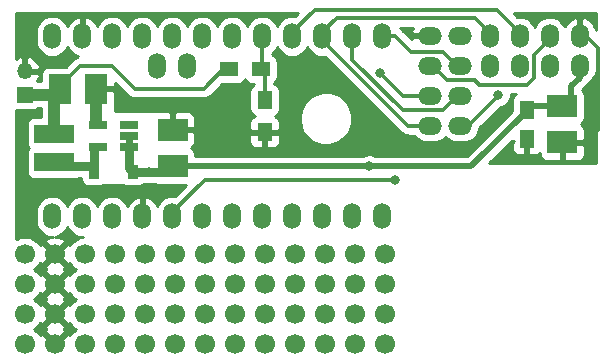
<source format=gtl>
G04 #@! TF.GenerationSoftware,KiCad,Pcbnew,(2017-11-08 revision cd21218)-HEAD*
G04 #@! TF.CreationDate,2018-02-24T01:01:06+02:00*
G04 #@! TF.ProjectId,pro_mini,70726F5F6D696E692E6B696361645F70,rev?*
G04 #@! TF.SameCoordinates,Original*
G04 #@! TF.FileFunction,Copper,L1,Top,Signal*
G04 #@! TF.FilePolarity,Positive*
%FSLAX46Y46*%
G04 Gerber Fmt 4.6, Leading zero omitted, Abs format (unit mm)*
G04 Created by KiCad (PCBNEW (2017-11-08 revision cd21218)-HEAD) date Sat Feb 24 01:01:06 2018*
%MOMM*%
%LPD*%
G01*
G04 APERTURE LIST*
%ADD10C,0.350000*%
%ADD11O,1.501140X2.199640*%
%ADD12O,2.000000X1.500000*%
%ADD13C,1.700000*%
%ADD14O,1.500000X2.000000*%
%ADD15R,1.950000X2.500000*%
%ADD16R,2.500000X1.950000*%
%ADD17R,1.250000X1.500000*%
%ADD18R,0.900000X1.200000*%
%ADD19R,3.400000X1.600000*%
%ADD20R,1.300000X1.500000*%
%ADD21R,1.500000X1.300000*%
%ADD22R,1.560000X0.650000*%
%ADD23R,1.350000X1.350000*%
%ADD24O,1.350000X1.350000*%
%ADD25C,0.800000*%
%ADD26C,1.000000*%
%ADD27C,0.350000*%
%ADD28C,0.500000*%
%ADD29C,0.800000*%
%ADD30C,0.600000*%
%ADD31C,0.254000*%
G04 APERTURE END LIST*
D10*
X145415000Y-101625400D03*
X159461200Y-99187000D03*
X159385000Y-101549200D03*
X159512000Y-97129600D03*
D11*
X122721001Y-94085001D03*
X125261001Y-94085001D03*
X113831001Y-91545001D03*
X116371001Y-91545001D03*
X118911001Y-91545001D03*
X121451001Y-91545001D03*
X123991001Y-91545001D03*
X126531001Y-91545001D03*
X129071001Y-91545001D03*
X131611001Y-91545001D03*
X134151001Y-91545001D03*
X136691001Y-91545001D03*
X139231001Y-91545001D03*
X141771001Y-91545001D03*
X141771001Y-106785001D03*
X139231001Y-106785001D03*
X136691001Y-106785001D03*
X134151001Y-106785001D03*
X131611001Y-106785001D03*
X129071001Y-106785001D03*
X126531001Y-106785001D03*
X123991001Y-106785001D03*
X121451001Y-106785001D03*
X118911001Y-106785001D03*
X116371001Y-106785001D03*
X113831001Y-106785001D03*
D10*
X147980400Y-101650800D03*
X150952200Y-98983800D03*
X152146000Y-101828600D03*
D12*
X148336000Y-91516200D03*
X145796000Y-91516200D03*
X148336000Y-94056200D03*
X145796000Y-94056200D03*
X148336000Y-96596200D03*
X145796000Y-96596200D03*
X148336000Y-99136200D03*
X145796000Y-99136200D03*
D13*
X141980000Y-117620000D03*
X139440000Y-117620000D03*
X136900000Y-117620000D03*
X134360000Y-117620000D03*
X131820000Y-117620000D03*
X129280000Y-117620000D03*
X126740000Y-117620000D03*
X124200000Y-117620000D03*
X121660000Y-117620000D03*
X119120000Y-117620000D03*
X116580000Y-117620000D03*
X114040000Y-117620000D03*
X111500000Y-117620000D03*
X141980000Y-115080000D03*
X139440000Y-115080000D03*
X136900000Y-115080000D03*
X134360000Y-115080000D03*
X131820000Y-115080000D03*
X129280000Y-115080000D03*
X126740000Y-115080000D03*
X124200000Y-115080000D03*
X121660000Y-115080000D03*
X119120000Y-115080000D03*
X116580000Y-115080000D03*
X114040000Y-115080000D03*
X111500000Y-115080000D03*
X141980000Y-112540000D03*
X139440000Y-112540000D03*
X136900000Y-112540000D03*
X134360000Y-112540000D03*
X131820000Y-112540000D03*
X129280000Y-112540000D03*
X126740000Y-112540000D03*
X124200000Y-112540000D03*
X121660000Y-112540000D03*
X119120000Y-112540000D03*
X116580000Y-112540000D03*
X114040000Y-112540000D03*
X111500000Y-112540000D03*
X141980000Y-110000000D03*
X139440000Y-110000000D03*
X136900000Y-110000000D03*
X134360000Y-110000000D03*
X131820000Y-110000000D03*
X129280000Y-110000000D03*
X126740000Y-110000000D03*
X124200000Y-110000000D03*
X121660000Y-110000000D03*
X119120000Y-110000000D03*
X116580000Y-110000000D03*
X114040000Y-110000000D03*
X111500000Y-110000000D03*
D14*
X150856000Y-91524000D03*
X150856000Y-94064000D03*
X153396000Y-91524000D03*
X153396000Y-94064000D03*
X155936000Y-91524000D03*
X155936000Y-94064000D03*
X158476000Y-91524000D03*
X158476000Y-94064000D03*
D15*
X117525000Y-96000000D03*
X114475000Y-96000000D03*
D16*
X157000000Y-97475000D03*
X157000000Y-100525000D03*
D17*
X154000000Y-97750000D03*
X154000000Y-100250000D03*
D16*
X124000000Y-102525000D03*
X124000000Y-99475000D03*
D18*
X120650000Y-103000000D03*
X117350000Y-103000000D03*
D19*
X114000000Y-102200000D03*
X114000000Y-99800000D03*
D20*
X131800600Y-96948000D03*
X131800600Y-99648000D03*
D21*
X128799600Y-94335600D03*
X131499600Y-94335600D03*
D22*
X120350000Y-100950000D03*
X120350000Y-100000000D03*
X120350000Y-99050000D03*
X117650000Y-99050000D03*
X117650000Y-100950000D03*
D23*
X111500000Y-96500000D03*
D24*
X111500000Y-94500000D03*
D10*
X111625000Y-90824998D03*
X111625000Y-92824998D03*
X133625000Y-94824998D03*
X119625000Y-96824998D03*
X129625000Y-96824998D03*
X133625000Y-96824998D03*
X139625000Y-96824998D03*
X111294800Y-98824998D03*
X129625000Y-98824998D03*
X133625000Y-98824998D03*
X111294800Y-100824998D03*
X129625000Y-100824998D03*
X133625000Y-100824998D03*
X135625000Y-100824998D03*
X139625000Y-100824998D03*
X111294800Y-102824998D03*
X115625000Y-104824998D03*
X117625000Y-104824998D03*
X119625000Y-104824998D03*
X121625000Y-104824998D03*
X123625000Y-104824998D03*
D25*
X136753600Y-93599000D03*
X140639800Y-102565200D03*
X121999996Y-103000000D03*
X142849600Y-103682800D03*
X151590621Y-96505169D03*
X141574028Y-94620572D03*
D26*
X117525000Y-96000000D02*
X117525000Y-98925000D01*
D27*
X117525000Y-98925000D02*
X117650000Y-99050000D01*
X160000000Y-92500000D02*
X160000000Y-99500000D01*
X158476000Y-91524000D02*
X159024000Y-91524000D01*
X158975000Y-100525000D02*
X157000000Y-100525000D01*
X160000000Y-99500000D02*
X158975000Y-100525000D01*
X159024000Y-91524000D02*
X160000000Y-92500000D01*
X120802400Y-95986600D02*
X118846600Y-94030800D01*
X126644400Y-95986600D02*
X120802400Y-95986600D01*
X128295400Y-94335600D02*
X126644400Y-95986600D01*
X128799600Y-94335600D02*
X128295400Y-94335600D01*
X118846600Y-94030800D02*
X116169200Y-94030800D01*
X116169200Y-94030800D02*
X114475000Y-95725000D01*
X114475000Y-95725000D02*
X114475000Y-96000000D01*
D26*
X114000000Y-99800000D02*
X114000000Y-96475000D01*
D27*
X114000000Y-96475000D02*
X114475000Y-96000000D01*
D26*
X111500000Y-96500000D02*
X113975000Y-96500000D01*
D27*
X113975000Y-96500000D02*
X114475000Y-96000000D01*
D28*
X140639800Y-102565200D02*
X124040200Y-102565200D01*
D27*
X124040200Y-102565200D02*
X124000000Y-102525000D01*
D28*
X140639800Y-102565200D02*
X149309800Y-102565200D01*
X149309800Y-102565200D02*
X154000000Y-97875000D01*
D27*
X154000000Y-97875000D02*
X154000000Y-97750000D01*
X140614400Y-102539800D02*
X140639800Y-102565200D01*
X125091400Y-102641400D02*
X124975000Y-102525000D01*
X157759400Y-96990600D02*
X157275000Y-97475000D01*
D28*
X158476000Y-95041400D02*
X157759400Y-95758000D01*
X157759400Y-95758000D02*
X157759400Y-96990600D01*
D27*
X158476000Y-94064000D02*
X158476000Y-95041400D01*
X157275000Y-97475000D02*
X157000000Y-97475000D01*
D28*
X157000000Y-97475000D02*
X154275000Y-97475000D01*
D27*
X154275000Y-97475000D02*
X154000000Y-97750000D01*
D29*
X124975000Y-102525000D02*
X124000000Y-102525000D01*
X120650000Y-103000000D02*
X121999996Y-103000000D01*
X120350000Y-100950000D02*
X120350000Y-102700000D01*
X120350000Y-102700000D02*
X120650000Y-103000000D01*
D30*
X120350000Y-100000000D02*
X120350000Y-100950000D01*
D29*
X120650000Y-103000000D02*
X123525000Y-103000000D01*
X123525000Y-103000000D02*
X124000000Y-102525000D01*
X117350000Y-101150000D02*
X117350000Y-103000000D01*
X117350000Y-103000000D02*
X117350000Y-102850000D01*
X114300000Y-102500000D02*
X114000000Y-102200000D01*
X117350000Y-102850000D02*
X117000000Y-102500000D01*
X117000000Y-102500000D02*
X114300000Y-102500000D01*
D27*
X123991001Y-106785001D02*
X123991001Y-106435751D01*
X123991001Y-106435751D02*
X126743952Y-103682800D01*
X126743952Y-103682800D02*
X142849600Y-103682800D01*
X148336000Y-99136200D02*
X149021800Y-99136200D01*
X149021800Y-99136200D02*
X151590621Y-96567379D01*
X151590621Y-96567379D02*
X151590621Y-96505169D01*
X154621010Y-93088990D02*
X154621010Y-95060990D01*
X146046000Y-94056200D02*
X145796000Y-94056200D01*
X155936000Y-91774000D02*
X154621010Y-93088990D01*
X155936000Y-91524000D02*
X155936000Y-91774000D01*
X147271010Y-95281210D02*
X146046000Y-94056200D01*
X154621010Y-95060990D02*
X154051833Y-95630167D01*
X154051833Y-95630167D02*
X149986167Y-95630167D01*
X149986167Y-95630167D02*
X149637210Y-95281210D01*
X149637210Y-95281210D02*
X147271010Y-95281210D01*
X141771001Y-91545001D02*
X142871571Y-91545001D01*
X142871571Y-91545001D02*
X144157760Y-92831190D01*
X146860990Y-92831190D02*
X148086000Y-94056200D01*
X144157760Y-92831190D02*
X146860990Y-92831190D01*
X148086000Y-94056200D02*
X148336000Y-94056200D01*
X139231001Y-93514997D02*
X139231001Y-91545001D01*
X148086000Y-96596200D02*
X146860990Y-97821210D01*
X143537214Y-97821210D02*
X139231001Y-93514997D01*
X146860990Y-97821210D02*
X143537214Y-97821210D01*
X148336000Y-96596200D02*
X148086000Y-96596200D01*
X136691001Y-91894251D02*
X136691001Y-91545001D01*
X145796000Y-99136200D02*
X143932950Y-99136200D01*
X143932950Y-99136200D02*
X136691001Y-91894251D01*
X149589211Y-90007211D02*
X142173957Y-90007211D01*
X150856000Y-91524000D02*
X150856000Y-91274000D01*
X136691001Y-91195751D02*
X136691001Y-91545001D01*
X150856000Y-91274000D02*
X149589211Y-90007211D01*
X137916581Y-89970171D02*
X136691001Y-91195751D01*
X142173957Y-90007211D02*
X142136917Y-89970171D01*
X142136917Y-89970171D02*
X137916581Y-89970171D01*
X143549656Y-96596200D02*
X141574028Y-94620572D01*
X145796000Y-96596200D02*
X143549656Y-96596200D01*
X151442161Y-89320161D02*
X136026591Y-89320161D01*
X153396000Y-91274000D02*
X151442161Y-89320161D01*
X136026591Y-89320161D02*
X134151001Y-91195751D01*
X134151001Y-91195751D02*
X134151001Y-91545001D01*
X153396000Y-91524000D02*
X153396000Y-91274000D01*
X131800600Y-96948000D02*
X131800600Y-94636600D01*
X131800600Y-94636600D02*
X131499600Y-94335600D01*
X131611001Y-91545001D02*
X131611001Y-94224199D01*
X131611001Y-94224199D02*
X131499600Y-94335600D01*
D31*
G36*
X112865000Y-98361928D02*
X112300000Y-98361928D01*
X112175518Y-98374188D01*
X112055820Y-98410498D01*
X111945506Y-98469463D01*
X111848815Y-98548815D01*
X111769463Y-98645506D01*
X111710498Y-98755820D01*
X111674188Y-98875518D01*
X111661928Y-99000000D01*
X111661928Y-100600000D01*
X111674188Y-100724482D01*
X111710498Y-100844180D01*
X111769463Y-100954494D01*
X111806809Y-101000000D01*
X111769463Y-101045506D01*
X111710498Y-101155820D01*
X111674188Y-101275518D01*
X111661928Y-101400000D01*
X111661928Y-103000000D01*
X111674188Y-103124482D01*
X111710498Y-103244180D01*
X111769463Y-103354494D01*
X111848815Y-103451185D01*
X111945506Y-103530537D01*
X112055820Y-103589502D01*
X112175518Y-103625812D01*
X112300000Y-103638072D01*
X115700000Y-103638072D01*
X115824482Y-103625812D01*
X115944180Y-103589502D01*
X116046144Y-103535000D01*
X116261928Y-103535000D01*
X116261928Y-103600000D01*
X116274188Y-103724482D01*
X116310498Y-103844180D01*
X116369463Y-103954494D01*
X116448815Y-104051185D01*
X116545506Y-104130537D01*
X116655820Y-104189502D01*
X116775518Y-104225812D01*
X116900000Y-104238072D01*
X117800000Y-104238072D01*
X117924482Y-104225812D01*
X118044180Y-104189502D01*
X118154494Y-104130537D01*
X118158804Y-104127000D01*
X119841196Y-104127000D01*
X119845506Y-104130537D01*
X119955820Y-104189502D01*
X120075518Y-104225812D01*
X120200000Y-104238072D01*
X121100000Y-104238072D01*
X121224482Y-104225812D01*
X121344180Y-104189502D01*
X121454494Y-104130537D01*
X121551185Y-104051185D01*
X121564468Y-104035000D01*
X121987031Y-104035000D01*
X122079784Y-104036943D01*
X122090803Y-104035000D01*
X122403856Y-104035000D01*
X122505820Y-104089502D01*
X122625518Y-104125812D01*
X122750000Y-104138072D01*
X125143167Y-104138072D01*
X124216712Y-105064527D01*
X124000674Y-105041821D01*
X123731371Y-105066329D01*
X123471957Y-105142679D01*
X123232314Y-105267961D01*
X123021568Y-105437405D01*
X122847748Y-105644556D01*
X122719171Y-105878439D01*
X122682500Y-105788184D01*
X122532503Y-105560373D01*
X122340944Y-105366203D01*
X122115186Y-105213135D01*
X121863903Y-105107051D01*
X121792276Y-105092868D01*
X121578001Y-105215522D01*
X121578001Y-106658001D01*
X121598001Y-106658001D01*
X121598001Y-106912001D01*
X121578001Y-106912001D01*
X121578001Y-106932001D01*
X121324001Y-106932001D01*
X121324001Y-106912001D01*
X121304001Y-106912001D01*
X121304001Y-106658001D01*
X121324001Y-106658001D01*
X121324001Y-105215522D01*
X121109726Y-105092868D01*
X121038099Y-105107051D01*
X120786816Y-105213135D01*
X120561058Y-105366203D01*
X120369499Y-105560373D01*
X120219502Y-105788184D01*
X120181995Y-105880496D01*
X120065072Y-105660594D01*
X119894161Y-105451037D01*
X119685802Y-105278667D01*
X119447931Y-105150051D01*
X119189609Y-105070087D01*
X118920674Y-105041821D01*
X118651371Y-105066329D01*
X118391957Y-105142679D01*
X118152314Y-105267961D01*
X117941568Y-105437405D01*
X117767748Y-105644556D01*
X117640051Y-105876838D01*
X117525072Y-105660594D01*
X117354161Y-105451037D01*
X117145802Y-105278667D01*
X116907931Y-105150051D01*
X116649609Y-105070087D01*
X116380674Y-105041821D01*
X116111371Y-105066329D01*
X115851957Y-105142679D01*
X115612314Y-105267961D01*
X115401568Y-105437405D01*
X115227748Y-105644556D01*
X115100051Y-105876838D01*
X114985072Y-105660594D01*
X114814161Y-105451037D01*
X114605802Y-105278667D01*
X114367931Y-105150051D01*
X114109609Y-105070087D01*
X113840674Y-105041821D01*
X113571371Y-105066329D01*
X113311957Y-105142679D01*
X113072314Y-105267961D01*
X112861568Y-105437405D01*
X112687748Y-105644556D01*
X112557475Y-105881523D01*
X112475709Y-106139281D01*
X112445566Y-106408011D01*
X112445431Y-106427357D01*
X112445431Y-107142645D01*
X112471819Y-107411770D01*
X112549978Y-107670645D01*
X112676930Y-107909408D01*
X112847841Y-108118965D01*
X113056200Y-108291335D01*
X113294071Y-108419951D01*
X113552393Y-108499915D01*
X113821328Y-108528181D01*
X113876710Y-108523141D01*
X113681981Y-108551401D01*
X113406253Y-108649081D01*
X113268843Y-108722528D01*
X113191208Y-108971603D01*
X114040000Y-109820395D01*
X114888792Y-108971603D01*
X114811157Y-108722528D01*
X114547117Y-108596629D01*
X114263589Y-108524661D01*
X114007260Y-108511260D01*
X114090631Y-108503673D01*
X114350045Y-108427323D01*
X114589688Y-108302041D01*
X114800434Y-108132597D01*
X114974254Y-107925446D01*
X115101951Y-107693164D01*
X115216930Y-107909408D01*
X115387841Y-108118965D01*
X115596200Y-108291335D01*
X115834071Y-108419951D01*
X116092393Y-108499915D01*
X116361328Y-108528181D01*
X116378273Y-108526639D01*
X116158694Y-108568526D01*
X115888677Y-108677620D01*
X115644991Y-108837084D01*
X115436920Y-109040842D01*
X115309825Y-109226459D01*
X115068397Y-109151208D01*
X114219605Y-110000000D01*
X115068397Y-110848792D01*
X115311446Y-110773035D01*
X115410584Y-110926867D01*
X115612885Y-111136356D01*
X115806851Y-111271166D01*
X115644991Y-111377084D01*
X115436920Y-111580842D01*
X115309825Y-111766459D01*
X115068397Y-111691208D01*
X114219605Y-112540000D01*
X115068397Y-113388792D01*
X115311446Y-113313035D01*
X115410584Y-113466867D01*
X115612885Y-113676356D01*
X115806851Y-113811166D01*
X115644991Y-113917084D01*
X115436920Y-114120842D01*
X115309825Y-114306459D01*
X115068397Y-114231208D01*
X114219605Y-115080000D01*
X115068397Y-115928792D01*
X115311446Y-115853035D01*
X115410584Y-116006867D01*
X115612885Y-116216356D01*
X115806851Y-116351166D01*
X115644991Y-116457084D01*
X115436920Y-116660842D01*
X115309825Y-116846459D01*
X115068397Y-116771208D01*
X114219605Y-117620000D01*
X114233748Y-117634143D01*
X114054143Y-117813748D01*
X114040000Y-117799605D01*
X114025858Y-117813748D01*
X113846253Y-117634143D01*
X113860395Y-117620000D01*
X113011603Y-116771208D01*
X112769217Y-116846758D01*
X112656361Y-116676895D01*
X112451155Y-116470252D01*
X112271644Y-116349171D01*
X112418681Y-116255858D01*
X112573529Y-116108397D01*
X113191208Y-116108397D01*
X113266514Y-116350000D01*
X113191208Y-116591603D01*
X114040000Y-117440395D01*
X114888792Y-116591603D01*
X114813486Y-116350000D01*
X114888792Y-116108397D01*
X114040000Y-115259605D01*
X113191208Y-116108397D01*
X112573529Y-116108397D01*
X112629577Y-116055024D01*
X112771432Y-115853932D01*
X113011603Y-115928792D01*
X113860395Y-115080000D01*
X113011603Y-114231208D01*
X112769217Y-114306758D01*
X112656361Y-114136895D01*
X112451155Y-113930252D01*
X112271644Y-113809171D01*
X112418681Y-113715858D01*
X112573529Y-113568397D01*
X113191208Y-113568397D01*
X113266514Y-113810000D01*
X113191208Y-114051603D01*
X114040000Y-114900395D01*
X114888792Y-114051603D01*
X114813486Y-113810000D01*
X114888792Y-113568397D01*
X114040000Y-112719605D01*
X113191208Y-113568397D01*
X112573529Y-113568397D01*
X112629577Y-113515024D01*
X112771432Y-113313932D01*
X113011603Y-113388792D01*
X113860395Y-112540000D01*
X113011603Y-111691208D01*
X112769217Y-111766758D01*
X112656361Y-111596895D01*
X112451155Y-111390252D01*
X112271644Y-111269171D01*
X112418681Y-111175858D01*
X112573529Y-111028397D01*
X113191208Y-111028397D01*
X113266514Y-111270000D01*
X113191208Y-111511603D01*
X114040000Y-112360395D01*
X114888792Y-111511603D01*
X114813486Y-111270000D01*
X114888792Y-111028397D01*
X114040000Y-110179605D01*
X113191208Y-111028397D01*
X112573529Y-111028397D01*
X112629577Y-110975024D01*
X112771432Y-110773932D01*
X113011603Y-110848792D01*
X113860395Y-110000000D01*
X113011603Y-109151208D01*
X112769217Y-109226758D01*
X112656361Y-109056895D01*
X112451155Y-108850252D01*
X112209719Y-108687402D01*
X111941251Y-108574548D01*
X111655976Y-108515989D01*
X111364759Y-108513956D01*
X111078694Y-108568526D01*
X110808677Y-108677620D01*
X110758619Y-108710377D01*
X110758619Y-97806534D01*
X110825000Y-97813072D01*
X112175000Y-97813072D01*
X112299482Y-97800812D01*
X112419180Y-97764502D01*
X112529494Y-97705537D01*
X112615444Y-97635000D01*
X112865000Y-97635000D01*
X112865000Y-98361928D01*
X112865000Y-98361928D01*
G37*
X112865000Y-98361928D02*
X112300000Y-98361928D01*
X112175518Y-98374188D01*
X112055820Y-98410498D01*
X111945506Y-98469463D01*
X111848815Y-98548815D01*
X111769463Y-98645506D01*
X111710498Y-98755820D01*
X111674188Y-98875518D01*
X111661928Y-99000000D01*
X111661928Y-100600000D01*
X111674188Y-100724482D01*
X111710498Y-100844180D01*
X111769463Y-100954494D01*
X111806809Y-101000000D01*
X111769463Y-101045506D01*
X111710498Y-101155820D01*
X111674188Y-101275518D01*
X111661928Y-101400000D01*
X111661928Y-103000000D01*
X111674188Y-103124482D01*
X111710498Y-103244180D01*
X111769463Y-103354494D01*
X111848815Y-103451185D01*
X111945506Y-103530537D01*
X112055820Y-103589502D01*
X112175518Y-103625812D01*
X112300000Y-103638072D01*
X115700000Y-103638072D01*
X115824482Y-103625812D01*
X115944180Y-103589502D01*
X116046144Y-103535000D01*
X116261928Y-103535000D01*
X116261928Y-103600000D01*
X116274188Y-103724482D01*
X116310498Y-103844180D01*
X116369463Y-103954494D01*
X116448815Y-104051185D01*
X116545506Y-104130537D01*
X116655820Y-104189502D01*
X116775518Y-104225812D01*
X116900000Y-104238072D01*
X117800000Y-104238072D01*
X117924482Y-104225812D01*
X118044180Y-104189502D01*
X118154494Y-104130537D01*
X118158804Y-104127000D01*
X119841196Y-104127000D01*
X119845506Y-104130537D01*
X119955820Y-104189502D01*
X120075518Y-104225812D01*
X120200000Y-104238072D01*
X121100000Y-104238072D01*
X121224482Y-104225812D01*
X121344180Y-104189502D01*
X121454494Y-104130537D01*
X121551185Y-104051185D01*
X121564468Y-104035000D01*
X121987031Y-104035000D01*
X122079784Y-104036943D01*
X122090803Y-104035000D01*
X122403856Y-104035000D01*
X122505820Y-104089502D01*
X122625518Y-104125812D01*
X122750000Y-104138072D01*
X125143167Y-104138072D01*
X124216712Y-105064527D01*
X124000674Y-105041821D01*
X123731371Y-105066329D01*
X123471957Y-105142679D01*
X123232314Y-105267961D01*
X123021568Y-105437405D01*
X122847748Y-105644556D01*
X122719171Y-105878439D01*
X122682500Y-105788184D01*
X122532503Y-105560373D01*
X122340944Y-105366203D01*
X122115186Y-105213135D01*
X121863903Y-105107051D01*
X121792276Y-105092868D01*
X121578001Y-105215522D01*
X121578001Y-106658001D01*
X121598001Y-106658001D01*
X121598001Y-106912001D01*
X121578001Y-106912001D01*
X121578001Y-106932001D01*
X121324001Y-106932001D01*
X121324001Y-106912001D01*
X121304001Y-106912001D01*
X121304001Y-106658001D01*
X121324001Y-106658001D01*
X121324001Y-105215522D01*
X121109726Y-105092868D01*
X121038099Y-105107051D01*
X120786816Y-105213135D01*
X120561058Y-105366203D01*
X120369499Y-105560373D01*
X120219502Y-105788184D01*
X120181995Y-105880496D01*
X120065072Y-105660594D01*
X119894161Y-105451037D01*
X119685802Y-105278667D01*
X119447931Y-105150051D01*
X119189609Y-105070087D01*
X118920674Y-105041821D01*
X118651371Y-105066329D01*
X118391957Y-105142679D01*
X118152314Y-105267961D01*
X117941568Y-105437405D01*
X117767748Y-105644556D01*
X117640051Y-105876838D01*
X117525072Y-105660594D01*
X117354161Y-105451037D01*
X117145802Y-105278667D01*
X116907931Y-105150051D01*
X116649609Y-105070087D01*
X116380674Y-105041821D01*
X116111371Y-105066329D01*
X115851957Y-105142679D01*
X115612314Y-105267961D01*
X115401568Y-105437405D01*
X115227748Y-105644556D01*
X115100051Y-105876838D01*
X114985072Y-105660594D01*
X114814161Y-105451037D01*
X114605802Y-105278667D01*
X114367931Y-105150051D01*
X114109609Y-105070087D01*
X113840674Y-105041821D01*
X113571371Y-105066329D01*
X113311957Y-105142679D01*
X113072314Y-105267961D01*
X112861568Y-105437405D01*
X112687748Y-105644556D01*
X112557475Y-105881523D01*
X112475709Y-106139281D01*
X112445566Y-106408011D01*
X112445431Y-106427357D01*
X112445431Y-107142645D01*
X112471819Y-107411770D01*
X112549978Y-107670645D01*
X112676930Y-107909408D01*
X112847841Y-108118965D01*
X113056200Y-108291335D01*
X113294071Y-108419951D01*
X113552393Y-108499915D01*
X113821328Y-108528181D01*
X113876710Y-108523141D01*
X113681981Y-108551401D01*
X113406253Y-108649081D01*
X113268843Y-108722528D01*
X113191208Y-108971603D01*
X114040000Y-109820395D01*
X114888792Y-108971603D01*
X114811157Y-108722528D01*
X114547117Y-108596629D01*
X114263589Y-108524661D01*
X114007260Y-108511260D01*
X114090631Y-108503673D01*
X114350045Y-108427323D01*
X114589688Y-108302041D01*
X114800434Y-108132597D01*
X114974254Y-107925446D01*
X115101951Y-107693164D01*
X115216930Y-107909408D01*
X115387841Y-108118965D01*
X115596200Y-108291335D01*
X115834071Y-108419951D01*
X116092393Y-108499915D01*
X116361328Y-108528181D01*
X116378273Y-108526639D01*
X116158694Y-108568526D01*
X115888677Y-108677620D01*
X115644991Y-108837084D01*
X115436920Y-109040842D01*
X115309825Y-109226459D01*
X115068397Y-109151208D01*
X114219605Y-110000000D01*
X115068397Y-110848792D01*
X115311446Y-110773035D01*
X115410584Y-110926867D01*
X115612885Y-111136356D01*
X115806851Y-111271166D01*
X115644991Y-111377084D01*
X115436920Y-111580842D01*
X115309825Y-111766459D01*
X115068397Y-111691208D01*
X114219605Y-112540000D01*
X115068397Y-113388792D01*
X115311446Y-113313035D01*
X115410584Y-113466867D01*
X115612885Y-113676356D01*
X115806851Y-113811166D01*
X115644991Y-113917084D01*
X115436920Y-114120842D01*
X115309825Y-114306459D01*
X115068397Y-114231208D01*
X114219605Y-115080000D01*
X115068397Y-115928792D01*
X115311446Y-115853035D01*
X115410584Y-116006867D01*
X115612885Y-116216356D01*
X115806851Y-116351166D01*
X115644991Y-116457084D01*
X115436920Y-116660842D01*
X115309825Y-116846459D01*
X115068397Y-116771208D01*
X114219605Y-117620000D01*
X114233748Y-117634143D01*
X114054143Y-117813748D01*
X114040000Y-117799605D01*
X114025858Y-117813748D01*
X113846253Y-117634143D01*
X113860395Y-117620000D01*
X113011603Y-116771208D01*
X112769217Y-116846758D01*
X112656361Y-116676895D01*
X112451155Y-116470252D01*
X112271644Y-116349171D01*
X112418681Y-116255858D01*
X112573529Y-116108397D01*
X113191208Y-116108397D01*
X113266514Y-116350000D01*
X113191208Y-116591603D01*
X114040000Y-117440395D01*
X114888792Y-116591603D01*
X114813486Y-116350000D01*
X114888792Y-116108397D01*
X114040000Y-115259605D01*
X113191208Y-116108397D01*
X112573529Y-116108397D01*
X112629577Y-116055024D01*
X112771432Y-115853932D01*
X113011603Y-115928792D01*
X113860395Y-115080000D01*
X113011603Y-114231208D01*
X112769217Y-114306758D01*
X112656361Y-114136895D01*
X112451155Y-113930252D01*
X112271644Y-113809171D01*
X112418681Y-113715858D01*
X112573529Y-113568397D01*
X113191208Y-113568397D01*
X113266514Y-113810000D01*
X113191208Y-114051603D01*
X114040000Y-114900395D01*
X114888792Y-114051603D01*
X114813486Y-113810000D01*
X114888792Y-113568397D01*
X114040000Y-112719605D01*
X113191208Y-113568397D01*
X112573529Y-113568397D01*
X112629577Y-113515024D01*
X112771432Y-113313932D01*
X113011603Y-113388792D01*
X113860395Y-112540000D01*
X113011603Y-111691208D01*
X112769217Y-111766758D01*
X112656361Y-111596895D01*
X112451155Y-111390252D01*
X112271644Y-111269171D01*
X112418681Y-111175858D01*
X112573529Y-111028397D01*
X113191208Y-111028397D01*
X113266514Y-111270000D01*
X113191208Y-111511603D01*
X114040000Y-112360395D01*
X114888792Y-111511603D01*
X114813486Y-111270000D01*
X114888792Y-111028397D01*
X114040000Y-110179605D01*
X113191208Y-111028397D01*
X112573529Y-111028397D01*
X112629577Y-110975024D01*
X112771432Y-110773932D01*
X113011603Y-110848792D01*
X113860395Y-110000000D01*
X113011603Y-109151208D01*
X112769217Y-109226758D01*
X112656361Y-109056895D01*
X112451155Y-108850252D01*
X112209719Y-108687402D01*
X111941251Y-108574548D01*
X111655976Y-108515989D01*
X111364759Y-108513956D01*
X111078694Y-108568526D01*
X110808677Y-108677620D01*
X110758619Y-108710377D01*
X110758619Y-97806534D01*
X110825000Y-97813072D01*
X112175000Y-97813072D01*
X112299482Y-97800812D01*
X112419180Y-97764502D01*
X112529494Y-97705537D01*
X112615444Y-97635000D01*
X112865000Y-97635000D01*
X112865000Y-98361928D01*
G36*
X159840000Y-102290000D02*
X150836580Y-102290000D01*
X152749577Y-100377002D01*
X152898748Y-100377002D01*
X152740000Y-100535750D01*
X152740000Y-101062542D01*
X152764403Y-101185223D01*
X152812270Y-101300785D01*
X152881763Y-101404789D01*
X152970211Y-101493237D01*
X153074215Y-101562730D01*
X153189777Y-101610597D01*
X153312458Y-101635000D01*
X153714250Y-101635000D01*
X153873000Y-101476250D01*
X153873000Y-100377000D01*
X153853000Y-100377000D01*
X153853000Y-100123000D01*
X153873000Y-100123000D01*
X153873000Y-100103000D01*
X154127000Y-100103000D01*
X154127000Y-100123000D01*
X154147000Y-100123000D01*
X154147000Y-100377000D01*
X154127000Y-100377000D01*
X154127000Y-101476250D01*
X154285750Y-101635000D01*
X154687542Y-101635000D01*
X154810223Y-101610597D01*
X154925785Y-101562730D01*
X155029789Y-101493237D01*
X155115000Y-101408026D01*
X155115000Y-101562542D01*
X155139403Y-101685223D01*
X155187270Y-101800785D01*
X155256763Y-101904789D01*
X155345211Y-101993237D01*
X155449215Y-102062730D01*
X155564777Y-102110597D01*
X155687458Y-102135000D01*
X156714250Y-102135000D01*
X156873000Y-101976250D01*
X156873000Y-100652000D01*
X157127000Y-100652000D01*
X157127000Y-101976250D01*
X157285750Y-102135000D01*
X158312542Y-102135000D01*
X158435223Y-102110597D01*
X158550785Y-102062730D01*
X158654789Y-101993237D01*
X158743237Y-101904789D01*
X158812730Y-101800785D01*
X158860597Y-101685223D01*
X158885000Y-101562542D01*
X158885000Y-100810750D01*
X158726250Y-100652000D01*
X157127000Y-100652000D01*
X156873000Y-100652000D01*
X156853000Y-100652000D01*
X156853000Y-100398000D01*
X156873000Y-100398000D01*
X156873000Y-100378000D01*
X157127000Y-100378000D01*
X157127000Y-100398000D01*
X158726250Y-100398000D01*
X158885000Y-100239250D01*
X158885000Y-99487458D01*
X158860597Y-99364777D01*
X158812730Y-99249215D01*
X158743237Y-99145211D01*
X158654789Y-99056763D01*
X158569057Y-98999479D01*
X158604494Y-98980537D01*
X158701185Y-98901185D01*
X158780537Y-98804494D01*
X158839502Y-98694180D01*
X158875812Y-98574482D01*
X158888072Y-98450000D01*
X158888072Y-96500000D01*
X158875812Y-96375518D01*
X158839502Y-96255820D01*
X158780537Y-96145506D01*
X158709740Y-96059239D01*
X159101789Y-95667190D01*
X159211420Y-95533722D01*
X159243877Y-95473190D01*
X159445034Y-95311456D01*
X159618782Y-95104390D01*
X159749002Y-94867521D01*
X159830734Y-94609869D01*
X159840000Y-94527262D01*
X159840000Y-102290000D01*
X159840000Y-102290000D01*
G37*
X159840000Y-102290000D02*
X150836580Y-102290000D01*
X152749577Y-100377002D01*
X152898748Y-100377002D01*
X152740000Y-100535750D01*
X152740000Y-101062542D01*
X152764403Y-101185223D01*
X152812270Y-101300785D01*
X152881763Y-101404789D01*
X152970211Y-101493237D01*
X153074215Y-101562730D01*
X153189777Y-101610597D01*
X153312458Y-101635000D01*
X153714250Y-101635000D01*
X153873000Y-101476250D01*
X153873000Y-100377000D01*
X153853000Y-100377000D01*
X153853000Y-100123000D01*
X153873000Y-100123000D01*
X153873000Y-100103000D01*
X154127000Y-100103000D01*
X154127000Y-100123000D01*
X154147000Y-100123000D01*
X154147000Y-100377000D01*
X154127000Y-100377000D01*
X154127000Y-101476250D01*
X154285750Y-101635000D01*
X154687542Y-101635000D01*
X154810223Y-101610597D01*
X154925785Y-101562730D01*
X155029789Y-101493237D01*
X155115000Y-101408026D01*
X155115000Y-101562542D01*
X155139403Y-101685223D01*
X155187270Y-101800785D01*
X155256763Y-101904789D01*
X155345211Y-101993237D01*
X155449215Y-102062730D01*
X155564777Y-102110597D01*
X155687458Y-102135000D01*
X156714250Y-102135000D01*
X156873000Y-101976250D01*
X156873000Y-100652000D01*
X157127000Y-100652000D01*
X157127000Y-101976250D01*
X157285750Y-102135000D01*
X158312542Y-102135000D01*
X158435223Y-102110597D01*
X158550785Y-102062730D01*
X158654789Y-101993237D01*
X158743237Y-101904789D01*
X158812730Y-101800785D01*
X158860597Y-101685223D01*
X158885000Y-101562542D01*
X158885000Y-100810750D01*
X158726250Y-100652000D01*
X157127000Y-100652000D01*
X156873000Y-100652000D01*
X156853000Y-100652000D01*
X156853000Y-100398000D01*
X156873000Y-100398000D01*
X156873000Y-100378000D01*
X157127000Y-100378000D01*
X157127000Y-100398000D01*
X158726250Y-100398000D01*
X158885000Y-100239250D01*
X158885000Y-99487458D01*
X158860597Y-99364777D01*
X158812730Y-99249215D01*
X158743237Y-99145211D01*
X158654789Y-99056763D01*
X158569057Y-98999479D01*
X158604494Y-98980537D01*
X158701185Y-98901185D01*
X158780537Y-98804494D01*
X158839502Y-98694180D01*
X158875812Y-98574482D01*
X158888072Y-98450000D01*
X158888072Y-96500000D01*
X158875812Y-96375518D01*
X158839502Y-96255820D01*
X158780537Y-96145506D01*
X158709740Y-96059239D01*
X159101789Y-95667190D01*
X159211420Y-95533722D01*
X159243877Y-95473190D01*
X159445034Y-95311456D01*
X159618782Y-95104390D01*
X159749002Y-94867521D01*
X159830734Y-94609869D01*
X159840000Y-94527262D01*
X159840000Y-102290000D01*
G36*
X135536930Y-92669408D02*
X135707841Y-92878965D01*
X135916200Y-93051335D01*
X136154071Y-93179951D01*
X136412393Y-93259915D01*
X136681328Y-93288181D01*
X136917890Y-93266653D01*
X143360193Y-99708956D01*
X143418019Y-99756455D01*
X143475327Y-99804542D01*
X143479059Y-99806594D01*
X143482350Y-99809297D01*
X143548260Y-99844637D01*
X143613857Y-99880700D01*
X143617921Y-99881989D01*
X143621671Y-99884000D01*
X143693158Y-99905856D01*
X143764542Y-99928500D01*
X143768779Y-99928975D01*
X143772847Y-99930219D01*
X143847238Y-99937776D01*
X143921641Y-99946121D01*
X143929967Y-99946179D01*
X143930123Y-99946195D01*
X143930268Y-99946181D01*
X143932950Y-99946200D01*
X144420678Y-99946200D01*
X144548544Y-100105234D01*
X144755610Y-100278982D01*
X144992479Y-100409202D01*
X145250131Y-100490934D01*
X145518751Y-100521065D01*
X145538089Y-100521200D01*
X146053911Y-100521200D01*
X146322926Y-100494823D01*
X146581693Y-100416696D01*
X146820358Y-100289796D01*
X147029829Y-100118955D01*
X147065200Y-100076199D01*
X147088544Y-100105234D01*
X147295610Y-100278982D01*
X147532479Y-100409202D01*
X147790131Y-100490934D01*
X148058751Y-100521065D01*
X148078089Y-100521200D01*
X148593911Y-100521200D01*
X148862926Y-100494823D01*
X149121693Y-100416696D01*
X149360358Y-100289796D01*
X149569829Y-100118955D01*
X149742128Y-99910682D01*
X149870691Y-99672909D01*
X149950623Y-99414693D01*
X149957882Y-99345631D01*
X151780880Y-97522633D01*
X151870300Y-97506866D01*
X152059537Y-97433465D01*
X152230914Y-97324706D01*
X152377902Y-97184732D01*
X152494903Y-97018872D01*
X152577460Y-96833447D01*
X152622428Y-96635517D01*
X152625156Y-96440167D01*
X153075314Y-96440167D01*
X153020506Y-96469463D01*
X152923815Y-96548815D01*
X152844463Y-96645506D01*
X152785498Y-96755820D01*
X152749188Y-96875518D01*
X152736928Y-97000000D01*
X152736928Y-97886493D01*
X148943220Y-101680200D01*
X141178695Y-101680200D01*
X141134453Y-101650358D01*
X140947339Y-101571703D01*
X140748510Y-101530889D01*
X140545541Y-101529472D01*
X140346163Y-101567506D01*
X140157968Y-101643541D01*
X140101947Y-101680200D01*
X125888072Y-101680200D01*
X125888072Y-101550000D01*
X125875812Y-101425518D01*
X125839502Y-101305820D01*
X125780537Y-101195506D01*
X125701185Y-101098815D01*
X125604494Y-101019463D01*
X125569057Y-101000521D01*
X125654789Y-100943237D01*
X125743237Y-100854789D01*
X125812730Y-100750785D01*
X125860597Y-100635223D01*
X125885000Y-100512542D01*
X125885000Y-99933750D01*
X130515600Y-99933750D01*
X130515600Y-100460542D01*
X130540003Y-100583223D01*
X130587870Y-100698785D01*
X130657363Y-100802789D01*
X130745811Y-100891237D01*
X130849815Y-100960730D01*
X130965377Y-101008597D01*
X131088058Y-101033000D01*
X131514850Y-101033000D01*
X131673600Y-100874250D01*
X131673600Y-99775000D01*
X131927600Y-99775000D01*
X131927600Y-100874250D01*
X132086350Y-101033000D01*
X132513142Y-101033000D01*
X132635823Y-101008597D01*
X132751385Y-100960730D01*
X132855389Y-100891237D01*
X132943837Y-100802789D01*
X133013330Y-100698785D01*
X133061197Y-100583223D01*
X133085600Y-100460542D01*
X133085600Y-99933750D01*
X132926850Y-99775000D01*
X131927600Y-99775000D01*
X131673600Y-99775000D01*
X130674350Y-99775000D01*
X130515600Y-99933750D01*
X125885000Y-99933750D01*
X125885000Y-99760750D01*
X125726250Y-99602000D01*
X124127000Y-99602000D01*
X124127000Y-99622000D01*
X123873000Y-99622000D01*
X123873000Y-99602000D01*
X123853000Y-99602000D01*
X123853000Y-99348000D01*
X123873000Y-99348000D01*
X123873000Y-98023750D01*
X124127000Y-98023750D01*
X124127000Y-99348000D01*
X125726250Y-99348000D01*
X125885000Y-99189250D01*
X125885000Y-98437458D01*
X125860597Y-98314777D01*
X125812730Y-98199215D01*
X125743237Y-98095211D01*
X125654789Y-98006763D01*
X125550785Y-97937270D01*
X125435223Y-97889403D01*
X125312542Y-97865000D01*
X124285750Y-97865000D01*
X124127000Y-98023750D01*
X123873000Y-98023750D01*
X123714250Y-97865000D01*
X122687458Y-97865000D01*
X122647240Y-97873000D01*
X119127000Y-97873000D01*
X119127000Y-97352760D01*
X119135000Y-97312542D01*
X119135000Y-96285750D01*
X118976250Y-96127000D01*
X117652000Y-96127000D01*
X117652000Y-96147000D01*
X117398000Y-96147000D01*
X117398000Y-96127000D01*
X117378000Y-96127000D01*
X117378000Y-95873000D01*
X117398000Y-95873000D01*
X117398000Y-95853000D01*
X117652000Y-95853000D01*
X117652000Y-95873000D01*
X118976250Y-95873000D01*
X119135000Y-95714250D01*
X119135000Y-95464712D01*
X120229644Y-96559357D01*
X120287469Y-96606855D01*
X120344777Y-96654942D01*
X120348508Y-96656993D01*
X120351801Y-96659698D01*
X120417728Y-96695047D01*
X120483307Y-96731100D01*
X120487370Y-96732389D01*
X120491121Y-96734400D01*
X120562595Y-96756252D01*
X120633992Y-96778900D01*
X120638230Y-96779375D01*
X120642298Y-96780619D01*
X120716683Y-96788175D01*
X120791091Y-96796521D01*
X120799417Y-96796579D01*
X120799573Y-96796595D01*
X120799718Y-96796581D01*
X120802400Y-96796600D01*
X126644400Y-96796600D01*
X126718935Y-96789292D01*
X126793401Y-96782777D01*
X126797487Y-96781590D01*
X126801730Y-96781174D01*
X126873362Y-96759547D01*
X126945208Y-96738674D01*
X126948993Y-96736712D01*
X126953067Y-96735482D01*
X127019089Y-96700377D01*
X127085558Y-96665923D01*
X127088888Y-96663265D01*
X127092647Y-96661266D01*
X127150625Y-96613980D01*
X127209104Y-96567297D01*
X127215027Y-96561455D01*
X127215154Y-96561352D01*
X127215251Y-96561235D01*
X127217156Y-96559356D01*
X128152841Y-95623672D01*
X129549600Y-95623672D01*
X129674082Y-95611412D01*
X129793780Y-95575102D01*
X129904094Y-95516137D01*
X130000785Y-95436785D01*
X130080137Y-95340094D01*
X130139102Y-95229780D01*
X130149600Y-95195173D01*
X130160098Y-95229780D01*
X130219063Y-95340094D01*
X130298415Y-95436785D01*
X130395106Y-95516137D01*
X130505420Y-95575102D01*
X130625118Y-95611412D01*
X130749600Y-95623672D01*
X130878032Y-95623672D01*
X130796106Y-95667463D01*
X130699415Y-95746815D01*
X130620063Y-95843506D01*
X130561098Y-95953820D01*
X130524788Y-96073518D01*
X130512528Y-96198000D01*
X130512528Y-97698000D01*
X130524788Y-97822482D01*
X130561098Y-97942180D01*
X130620063Y-98052494D01*
X130699415Y-98149185D01*
X130796106Y-98228537D01*
X130906420Y-98287502D01*
X130940315Y-98297784D01*
X130849815Y-98335270D01*
X130745811Y-98404763D01*
X130657363Y-98493211D01*
X130587870Y-98597215D01*
X130540003Y-98712777D01*
X130515600Y-98835458D01*
X130515600Y-99362250D01*
X130674350Y-99521000D01*
X131673600Y-99521000D01*
X131673600Y-99501000D01*
X131927600Y-99501000D01*
X131927600Y-99521000D01*
X132926850Y-99521000D01*
X133085600Y-99362250D01*
X133085600Y-98835458D01*
X133061197Y-98712777D01*
X133050904Y-98687925D01*
X134762062Y-98687925D01*
X134841185Y-99119030D01*
X135002536Y-99526557D01*
X135239970Y-99894982D01*
X135544443Y-100210273D01*
X135904358Y-100460421D01*
X136306005Y-100635896D01*
X136734087Y-100730016D01*
X137172297Y-100739195D01*
X137603944Y-100663084D01*
X138012587Y-100504582D01*
X138382661Y-100269726D01*
X138700070Y-99967461D01*
X138952724Y-99609302D01*
X139130999Y-99208889D01*
X139228105Y-98781475D01*
X139235096Y-98280847D01*
X139149962Y-97850888D01*
X138982936Y-97445654D01*
X138740381Y-97080580D01*
X138431536Y-96769571D01*
X138068164Y-96524473D01*
X137664105Y-96354622D01*
X137234751Y-96266489D01*
X136796456Y-96263429D01*
X136365914Y-96345559D01*
X135959523Y-96509752D01*
X135592764Y-96749752D01*
X135279607Y-97056419D01*
X135031978Y-97418071D01*
X134859311Y-97820933D01*
X134768182Y-98249662D01*
X134762062Y-98687925D01*
X133050904Y-98687925D01*
X133013330Y-98597215D01*
X132943837Y-98493211D01*
X132855389Y-98404763D01*
X132751385Y-98335270D01*
X132660885Y-98297784D01*
X132694780Y-98287502D01*
X132805094Y-98228537D01*
X132901785Y-98149185D01*
X132981137Y-98052494D01*
X133040102Y-97942180D01*
X133076412Y-97822482D01*
X133088672Y-97698000D01*
X133088672Y-96198000D01*
X133076412Y-96073518D01*
X133040102Y-95953820D01*
X132981137Y-95843506D01*
X132901785Y-95746815D01*
X132805094Y-95667463D01*
X132694780Y-95608498D01*
X132610600Y-95582962D01*
X132610600Y-95510798D01*
X132700785Y-95436785D01*
X132780137Y-95340094D01*
X132839102Y-95229780D01*
X132875412Y-95110082D01*
X132887672Y-94985600D01*
X132887672Y-93685600D01*
X132875412Y-93561118D01*
X132839102Y-93441420D01*
X132780137Y-93331106D01*
X132700785Y-93234415D01*
X132604094Y-93155063D01*
X132493780Y-93096098D01*
X132421001Y-93074021D01*
X132421001Y-93020784D01*
X132580434Y-92892597D01*
X132754254Y-92685446D01*
X132881951Y-92453164D01*
X132996930Y-92669408D01*
X133167841Y-92878965D01*
X133376200Y-93051335D01*
X133614071Y-93179951D01*
X133872393Y-93259915D01*
X134141328Y-93288181D01*
X134410631Y-93263673D01*
X134670045Y-93187323D01*
X134909688Y-93062041D01*
X135120434Y-92892597D01*
X135294254Y-92685446D01*
X135421951Y-92453164D01*
X135536930Y-92669408D01*
X135536930Y-92669408D01*
G37*
X135536930Y-92669408D02*
X135707841Y-92878965D01*
X135916200Y-93051335D01*
X136154071Y-93179951D01*
X136412393Y-93259915D01*
X136681328Y-93288181D01*
X136917890Y-93266653D01*
X143360193Y-99708956D01*
X143418019Y-99756455D01*
X143475327Y-99804542D01*
X143479059Y-99806594D01*
X143482350Y-99809297D01*
X143548260Y-99844637D01*
X143613857Y-99880700D01*
X143617921Y-99881989D01*
X143621671Y-99884000D01*
X143693158Y-99905856D01*
X143764542Y-99928500D01*
X143768779Y-99928975D01*
X143772847Y-99930219D01*
X143847238Y-99937776D01*
X143921641Y-99946121D01*
X143929967Y-99946179D01*
X143930123Y-99946195D01*
X143930268Y-99946181D01*
X143932950Y-99946200D01*
X144420678Y-99946200D01*
X144548544Y-100105234D01*
X144755610Y-100278982D01*
X144992479Y-100409202D01*
X145250131Y-100490934D01*
X145518751Y-100521065D01*
X145538089Y-100521200D01*
X146053911Y-100521200D01*
X146322926Y-100494823D01*
X146581693Y-100416696D01*
X146820358Y-100289796D01*
X147029829Y-100118955D01*
X147065200Y-100076199D01*
X147088544Y-100105234D01*
X147295610Y-100278982D01*
X147532479Y-100409202D01*
X147790131Y-100490934D01*
X148058751Y-100521065D01*
X148078089Y-100521200D01*
X148593911Y-100521200D01*
X148862926Y-100494823D01*
X149121693Y-100416696D01*
X149360358Y-100289796D01*
X149569829Y-100118955D01*
X149742128Y-99910682D01*
X149870691Y-99672909D01*
X149950623Y-99414693D01*
X149957882Y-99345631D01*
X151780880Y-97522633D01*
X151870300Y-97506866D01*
X152059537Y-97433465D01*
X152230914Y-97324706D01*
X152377902Y-97184732D01*
X152494903Y-97018872D01*
X152577460Y-96833447D01*
X152622428Y-96635517D01*
X152625156Y-96440167D01*
X153075314Y-96440167D01*
X153020506Y-96469463D01*
X152923815Y-96548815D01*
X152844463Y-96645506D01*
X152785498Y-96755820D01*
X152749188Y-96875518D01*
X152736928Y-97000000D01*
X152736928Y-97886493D01*
X148943220Y-101680200D01*
X141178695Y-101680200D01*
X141134453Y-101650358D01*
X140947339Y-101571703D01*
X140748510Y-101530889D01*
X140545541Y-101529472D01*
X140346163Y-101567506D01*
X140157968Y-101643541D01*
X140101947Y-101680200D01*
X125888072Y-101680200D01*
X125888072Y-101550000D01*
X125875812Y-101425518D01*
X125839502Y-101305820D01*
X125780537Y-101195506D01*
X125701185Y-101098815D01*
X125604494Y-101019463D01*
X125569057Y-101000521D01*
X125654789Y-100943237D01*
X125743237Y-100854789D01*
X125812730Y-100750785D01*
X125860597Y-100635223D01*
X125885000Y-100512542D01*
X125885000Y-99933750D01*
X130515600Y-99933750D01*
X130515600Y-100460542D01*
X130540003Y-100583223D01*
X130587870Y-100698785D01*
X130657363Y-100802789D01*
X130745811Y-100891237D01*
X130849815Y-100960730D01*
X130965377Y-101008597D01*
X131088058Y-101033000D01*
X131514850Y-101033000D01*
X131673600Y-100874250D01*
X131673600Y-99775000D01*
X131927600Y-99775000D01*
X131927600Y-100874250D01*
X132086350Y-101033000D01*
X132513142Y-101033000D01*
X132635823Y-101008597D01*
X132751385Y-100960730D01*
X132855389Y-100891237D01*
X132943837Y-100802789D01*
X133013330Y-100698785D01*
X133061197Y-100583223D01*
X133085600Y-100460542D01*
X133085600Y-99933750D01*
X132926850Y-99775000D01*
X131927600Y-99775000D01*
X131673600Y-99775000D01*
X130674350Y-99775000D01*
X130515600Y-99933750D01*
X125885000Y-99933750D01*
X125885000Y-99760750D01*
X125726250Y-99602000D01*
X124127000Y-99602000D01*
X124127000Y-99622000D01*
X123873000Y-99622000D01*
X123873000Y-99602000D01*
X123853000Y-99602000D01*
X123853000Y-99348000D01*
X123873000Y-99348000D01*
X123873000Y-98023750D01*
X124127000Y-98023750D01*
X124127000Y-99348000D01*
X125726250Y-99348000D01*
X125885000Y-99189250D01*
X125885000Y-98437458D01*
X125860597Y-98314777D01*
X125812730Y-98199215D01*
X125743237Y-98095211D01*
X125654789Y-98006763D01*
X125550785Y-97937270D01*
X125435223Y-97889403D01*
X125312542Y-97865000D01*
X124285750Y-97865000D01*
X124127000Y-98023750D01*
X123873000Y-98023750D01*
X123714250Y-97865000D01*
X122687458Y-97865000D01*
X122647240Y-97873000D01*
X119127000Y-97873000D01*
X119127000Y-97352760D01*
X119135000Y-97312542D01*
X119135000Y-96285750D01*
X118976250Y-96127000D01*
X117652000Y-96127000D01*
X117652000Y-96147000D01*
X117398000Y-96147000D01*
X117398000Y-96127000D01*
X117378000Y-96127000D01*
X117378000Y-95873000D01*
X117398000Y-95873000D01*
X117398000Y-95853000D01*
X117652000Y-95853000D01*
X117652000Y-95873000D01*
X118976250Y-95873000D01*
X119135000Y-95714250D01*
X119135000Y-95464712D01*
X120229644Y-96559357D01*
X120287469Y-96606855D01*
X120344777Y-96654942D01*
X120348508Y-96656993D01*
X120351801Y-96659698D01*
X120417728Y-96695047D01*
X120483307Y-96731100D01*
X120487370Y-96732389D01*
X120491121Y-96734400D01*
X120562595Y-96756252D01*
X120633992Y-96778900D01*
X120638230Y-96779375D01*
X120642298Y-96780619D01*
X120716683Y-96788175D01*
X120791091Y-96796521D01*
X120799417Y-96796579D01*
X120799573Y-96796595D01*
X120799718Y-96796581D01*
X120802400Y-96796600D01*
X126644400Y-96796600D01*
X126718935Y-96789292D01*
X126793401Y-96782777D01*
X126797487Y-96781590D01*
X126801730Y-96781174D01*
X126873362Y-96759547D01*
X126945208Y-96738674D01*
X126948993Y-96736712D01*
X126953067Y-96735482D01*
X127019089Y-96700377D01*
X127085558Y-96665923D01*
X127088888Y-96663265D01*
X127092647Y-96661266D01*
X127150625Y-96613980D01*
X127209104Y-96567297D01*
X127215027Y-96561455D01*
X127215154Y-96561352D01*
X127215251Y-96561235D01*
X127217156Y-96559356D01*
X128152841Y-95623672D01*
X129549600Y-95623672D01*
X129674082Y-95611412D01*
X129793780Y-95575102D01*
X129904094Y-95516137D01*
X130000785Y-95436785D01*
X130080137Y-95340094D01*
X130139102Y-95229780D01*
X130149600Y-95195173D01*
X130160098Y-95229780D01*
X130219063Y-95340094D01*
X130298415Y-95436785D01*
X130395106Y-95516137D01*
X130505420Y-95575102D01*
X130625118Y-95611412D01*
X130749600Y-95623672D01*
X130878032Y-95623672D01*
X130796106Y-95667463D01*
X130699415Y-95746815D01*
X130620063Y-95843506D01*
X130561098Y-95953820D01*
X130524788Y-96073518D01*
X130512528Y-96198000D01*
X130512528Y-97698000D01*
X130524788Y-97822482D01*
X130561098Y-97942180D01*
X130620063Y-98052494D01*
X130699415Y-98149185D01*
X130796106Y-98228537D01*
X130906420Y-98287502D01*
X130940315Y-98297784D01*
X130849815Y-98335270D01*
X130745811Y-98404763D01*
X130657363Y-98493211D01*
X130587870Y-98597215D01*
X130540003Y-98712777D01*
X130515600Y-98835458D01*
X130515600Y-99362250D01*
X130674350Y-99521000D01*
X131673600Y-99521000D01*
X131673600Y-99501000D01*
X131927600Y-99501000D01*
X131927600Y-99521000D01*
X132926850Y-99521000D01*
X133085600Y-99362250D01*
X133085600Y-98835458D01*
X133061197Y-98712777D01*
X133050904Y-98687925D01*
X134762062Y-98687925D01*
X134841185Y-99119030D01*
X135002536Y-99526557D01*
X135239970Y-99894982D01*
X135544443Y-100210273D01*
X135904358Y-100460421D01*
X136306005Y-100635896D01*
X136734087Y-100730016D01*
X137172297Y-100739195D01*
X137603944Y-100663084D01*
X138012587Y-100504582D01*
X138382661Y-100269726D01*
X138700070Y-99967461D01*
X138952724Y-99609302D01*
X139130999Y-99208889D01*
X139228105Y-98781475D01*
X139235096Y-98280847D01*
X139149962Y-97850888D01*
X138982936Y-97445654D01*
X138740381Y-97080580D01*
X138431536Y-96769571D01*
X138068164Y-96524473D01*
X137664105Y-96354622D01*
X137234751Y-96266489D01*
X136796456Y-96263429D01*
X136365914Y-96345559D01*
X135959523Y-96509752D01*
X135592764Y-96749752D01*
X135279607Y-97056419D01*
X135031978Y-97418071D01*
X134859311Y-97820933D01*
X134768182Y-98249662D01*
X134762062Y-98687925D01*
X133050904Y-98687925D01*
X133013330Y-98597215D01*
X132943837Y-98493211D01*
X132855389Y-98404763D01*
X132751385Y-98335270D01*
X132660885Y-98297784D01*
X132694780Y-98287502D01*
X132805094Y-98228537D01*
X132901785Y-98149185D01*
X132981137Y-98052494D01*
X133040102Y-97942180D01*
X133076412Y-97822482D01*
X133088672Y-97698000D01*
X133088672Y-96198000D01*
X133076412Y-96073518D01*
X133040102Y-95953820D01*
X132981137Y-95843506D01*
X132901785Y-95746815D01*
X132805094Y-95667463D01*
X132694780Y-95608498D01*
X132610600Y-95582962D01*
X132610600Y-95510798D01*
X132700785Y-95436785D01*
X132780137Y-95340094D01*
X132839102Y-95229780D01*
X132875412Y-95110082D01*
X132887672Y-94985600D01*
X132887672Y-93685600D01*
X132875412Y-93561118D01*
X132839102Y-93441420D01*
X132780137Y-93331106D01*
X132700785Y-93234415D01*
X132604094Y-93155063D01*
X132493780Y-93096098D01*
X132421001Y-93074021D01*
X132421001Y-93020784D01*
X132580434Y-92892597D01*
X132754254Y-92685446D01*
X132881951Y-92453164D01*
X132996930Y-92669408D01*
X133167841Y-92878965D01*
X133376200Y-93051335D01*
X133614071Y-93179951D01*
X133872393Y-93259915D01*
X134141328Y-93288181D01*
X134410631Y-93263673D01*
X134670045Y-93187323D01*
X134909688Y-93062041D01*
X135120434Y-92892597D01*
X135294254Y-92685446D01*
X135421951Y-92453164D01*
X135536930Y-92669408D01*
G36*
X117777000Y-98923000D02*
X117797000Y-98923000D01*
X117797000Y-99177000D01*
X117777000Y-99177000D01*
X117777000Y-99197000D01*
X117523000Y-99197000D01*
X117523000Y-99177000D01*
X117503000Y-99177000D01*
X117503000Y-98923000D01*
X117523000Y-98923000D01*
X117523000Y-98903000D01*
X117777000Y-98903000D01*
X117777000Y-98923000D01*
X117777000Y-98923000D01*
G37*
X117777000Y-98923000D02*
X117797000Y-98923000D01*
X117797000Y-99177000D01*
X117777000Y-99177000D01*
X117777000Y-99197000D01*
X117523000Y-99197000D01*
X117523000Y-99177000D01*
X117503000Y-99177000D01*
X117503000Y-98923000D01*
X117523000Y-98923000D01*
X117523000Y-98903000D01*
X117777000Y-98903000D01*
X117777000Y-98923000D01*
G36*
X134376712Y-89824527D02*
X134160674Y-89801821D01*
X133891371Y-89826329D01*
X133631957Y-89902679D01*
X133392314Y-90027961D01*
X133181568Y-90197405D01*
X133007748Y-90404556D01*
X132880051Y-90636838D01*
X132765072Y-90420594D01*
X132594161Y-90211037D01*
X132385802Y-90038667D01*
X132147931Y-89910051D01*
X131889609Y-89830087D01*
X131620674Y-89801821D01*
X131351371Y-89826329D01*
X131091957Y-89902679D01*
X130852314Y-90027961D01*
X130641568Y-90197405D01*
X130467748Y-90404556D01*
X130340051Y-90636838D01*
X130225072Y-90420594D01*
X130054161Y-90211037D01*
X129845802Y-90038667D01*
X129607931Y-89910051D01*
X129349609Y-89830087D01*
X129080674Y-89801821D01*
X128811371Y-89826329D01*
X128551957Y-89902679D01*
X128312314Y-90027961D01*
X128101568Y-90197405D01*
X127927748Y-90404556D01*
X127800051Y-90636838D01*
X127685072Y-90420594D01*
X127514161Y-90211037D01*
X127305802Y-90038667D01*
X127067931Y-89910051D01*
X126809609Y-89830087D01*
X126540674Y-89801821D01*
X126271371Y-89826329D01*
X126011957Y-89902679D01*
X125772314Y-90027961D01*
X125561568Y-90197405D01*
X125387748Y-90404556D01*
X125260051Y-90636838D01*
X125145072Y-90420594D01*
X124974161Y-90211037D01*
X124765802Y-90038667D01*
X124527931Y-89910051D01*
X124269609Y-89830087D01*
X124000674Y-89801821D01*
X123731371Y-89826329D01*
X123471957Y-89902679D01*
X123232314Y-90027961D01*
X123021568Y-90197405D01*
X122847748Y-90404556D01*
X122720051Y-90636838D01*
X122605072Y-90420594D01*
X122434161Y-90211037D01*
X122225802Y-90038667D01*
X121987931Y-89910051D01*
X121729609Y-89830087D01*
X121460674Y-89801821D01*
X121191371Y-89826329D01*
X120931957Y-89902679D01*
X120692314Y-90027961D01*
X120481568Y-90197405D01*
X120307748Y-90404556D01*
X120180051Y-90636838D01*
X120065072Y-90420594D01*
X119894161Y-90211037D01*
X119685802Y-90038667D01*
X119447931Y-89910051D01*
X119189609Y-89830087D01*
X118920674Y-89801821D01*
X118651371Y-89826329D01*
X118391957Y-89902679D01*
X118152314Y-90027961D01*
X117941568Y-90197405D01*
X117767748Y-90404556D01*
X117639171Y-90638439D01*
X117602500Y-90548184D01*
X117452503Y-90320373D01*
X117260944Y-90126203D01*
X117035186Y-89973135D01*
X116783903Y-89867051D01*
X116712276Y-89852868D01*
X116498001Y-89975522D01*
X116498001Y-91418001D01*
X116518001Y-91418001D01*
X116518001Y-91672001D01*
X116498001Y-91672001D01*
X116498001Y-91692001D01*
X116244001Y-91692001D01*
X116244001Y-91672001D01*
X116224001Y-91672001D01*
X116224001Y-91418001D01*
X116244001Y-91418001D01*
X116244001Y-89975522D01*
X116029726Y-89852868D01*
X115958099Y-89867051D01*
X115706816Y-89973135D01*
X115481058Y-90126203D01*
X115289499Y-90320373D01*
X115139502Y-90548184D01*
X115101995Y-90640496D01*
X114985072Y-90420594D01*
X114814161Y-90211037D01*
X114605802Y-90038667D01*
X114367931Y-89910051D01*
X114109609Y-89830087D01*
X113840674Y-89801821D01*
X113571371Y-89826329D01*
X113311957Y-89902679D01*
X113072314Y-90027961D01*
X112861568Y-90197405D01*
X112687748Y-90404556D01*
X112557475Y-90641523D01*
X112475709Y-90899281D01*
X112445566Y-91168011D01*
X112445431Y-91187357D01*
X112445431Y-91902645D01*
X112471819Y-92171770D01*
X112549978Y-92430645D01*
X112676930Y-92669408D01*
X112847841Y-92878965D01*
X113056200Y-93051335D01*
X113294071Y-93179951D01*
X113552393Y-93259915D01*
X113821328Y-93288181D01*
X114090631Y-93263673D01*
X114350045Y-93187323D01*
X114589688Y-93062041D01*
X114800434Y-92892597D01*
X114974254Y-92685446D01*
X115102831Y-92451563D01*
X115139502Y-92541818D01*
X115289499Y-92769629D01*
X115481058Y-92963799D01*
X115706816Y-93116867D01*
X115958099Y-93222951D01*
X116018919Y-93234994D01*
X116016108Y-93235810D01*
X116011870Y-93236226D01*
X115940280Y-93257841D01*
X115868392Y-93278726D01*
X115864607Y-93280688D01*
X115860533Y-93281918D01*
X115794511Y-93317023D01*
X115728042Y-93351477D01*
X115724712Y-93354135D01*
X115720953Y-93356134D01*
X115663005Y-93403395D01*
X115604496Y-93450102D01*
X115598567Y-93455950D01*
X115598446Y-93456048D01*
X115598353Y-93456160D01*
X115596444Y-93458043D01*
X114942559Y-94111928D01*
X113500000Y-94111928D01*
X113375518Y-94124188D01*
X113255820Y-94160498D01*
X113145506Y-94219463D01*
X113048815Y-94298815D01*
X112969463Y-94395506D01*
X112910498Y-94505820D01*
X112874188Y-94625518D01*
X112861928Y-94750000D01*
X112861928Y-95365000D01*
X112615444Y-95365000D01*
X112532441Y-95296881D01*
X112629473Y-95163629D01*
X112737238Y-94930528D01*
X112767910Y-94829400D01*
X112644224Y-94627000D01*
X111627000Y-94627000D01*
X111627000Y-94647000D01*
X111373000Y-94647000D01*
X111373000Y-94627000D01*
X111353000Y-94627000D01*
X111353000Y-94373000D01*
X111373000Y-94373000D01*
X111373000Y-93354915D01*
X111627000Y-93354915D01*
X111627000Y-94373000D01*
X112644224Y-94373000D01*
X112767910Y-94170600D01*
X112737238Y-94069472D01*
X112629473Y-93836371D01*
X112478303Y-93628773D01*
X112289537Y-93454656D01*
X112070430Y-93320711D01*
X111829401Y-93232085D01*
X111627000Y-93354915D01*
X111373000Y-93354915D01*
X111170599Y-93232085D01*
X110929570Y-93320711D01*
X110758619Y-93425217D01*
X110758619Y-89610000D01*
X134591239Y-89610000D01*
X134376712Y-89824527D01*
X134376712Y-89824527D01*
G37*
X134376712Y-89824527D02*
X134160674Y-89801821D01*
X133891371Y-89826329D01*
X133631957Y-89902679D01*
X133392314Y-90027961D01*
X133181568Y-90197405D01*
X133007748Y-90404556D01*
X132880051Y-90636838D01*
X132765072Y-90420594D01*
X132594161Y-90211037D01*
X132385802Y-90038667D01*
X132147931Y-89910051D01*
X131889609Y-89830087D01*
X131620674Y-89801821D01*
X131351371Y-89826329D01*
X131091957Y-89902679D01*
X130852314Y-90027961D01*
X130641568Y-90197405D01*
X130467748Y-90404556D01*
X130340051Y-90636838D01*
X130225072Y-90420594D01*
X130054161Y-90211037D01*
X129845802Y-90038667D01*
X129607931Y-89910051D01*
X129349609Y-89830087D01*
X129080674Y-89801821D01*
X128811371Y-89826329D01*
X128551957Y-89902679D01*
X128312314Y-90027961D01*
X128101568Y-90197405D01*
X127927748Y-90404556D01*
X127800051Y-90636838D01*
X127685072Y-90420594D01*
X127514161Y-90211037D01*
X127305802Y-90038667D01*
X127067931Y-89910051D01*
X126809609Y-89830087D01*
X126540674Y-89801821D01*
X126271371Y-89826329D01*
X126011957Y-89902679D01*
X125772314Y-90027961D01*
X125561568Y-90197405D01*
X125387748Y-90404556D01*
X125260051Y-90636838D01*
X125145072Y-90420594D01*
X124974161Y-90211037D01*
X124765802Y-90038667D01*
X124527931Y-89910051D01*
X124269609Y-89830087D01*
X124000674Y-89801821D01*
X123731371Y-89826329D01*
X123471957Y-89902679D01*
X123232314Y-90027961D01*
X123021568Y-90197405D01*
X122847748Y-90404556D01*
X122720051Y-90636838D01*
X122605072Y-90420594D01*
X122434161Y-90211037D01*
X122225802Y-90038667D01*
X121987931Y-89910051D01*
X121729609Y-89830087D01*
X121460674Y-89801821D01*
X121191371Y-89826329D01*
X120931957Y-89902679D01*
X120692314Y-90027961D01*
X120481568Y-90197405D01*
X120307748Y-90404556D01*
X120180051Y-90636838D01*
X120065072Y-90420594D01*
X119894161Y-90211037D01*
X119685802Y-90038667D01*
X119447931Y-89910051D01*
X119189609Y-89830087D01*
X118920674Y-89801821D01*
X118651371Y-89826329D01*
X118391957Y-89902679D01*
X118152314Y-90027961D01*
X117941568Y-90197405D01*
X117767748Y-90404556D01*
X117639171Y-90638439D01*
X117602500Y-90548184D01*
X117452503Y-90320373D01*
X117260944Y-90126203D01*
X117035186Y-89973135D01*
X116783903Y-89867051D01*
X116712276Y-89852868D01*
X116498001Y-89975522D01*
X116498001Y-91418001D01*
X116518001Y-91418001D01*
X116518001Y-91672001D01*
X116498001Y-91672001D01*
X116498001Y-91692001D01*
X116244001Y-91692001D01*
X116244001Y-91672001D01*
X116224001Y-91672001D01*
X116224001Y-91418001D01*
X116244001Y-91418001D01*
X116244001Y-89975522D01*
X116029726Y-89852868D01*
X115958099Y-89867051D01*
X115706816Y-89973135D01*
X115481058Y-90126203D01*
X115289499Y-90320373D01*
X115139502Y-90548184D01*
X115101995Y-90640496D01*
X114985072Y-90420594D01*
X114814161Y-90211037D01*
X114605802Y-90038667D01*
X114367931Y-89910051D01*
X114109609Y-89830087D01*
X113840674Y-89801821D01*
X113571371Y-89826329D01*
X113311957Y-89902679D01*
X113072314Y-90027961D01*
X112861568Y-90197405D01*
X112687748Y-90404556D01*
X112557475Y-90641523D01*
X112475709Y-90899281D01*
X112445566Y-91168011D01*
X112445431Y-91187357D01*
X112445431Y-91902645D01*
X112471819Y-92171770D01*
X112549978Y-92430645D01*
X112676930Y-92669408D01*
X112847841Y-92878965D01*
X113056200Y-93051335D01*
X113294071Y-93179951D01*
X113552393Y-93259915D01*
X113821328Y-93288181D01*
X114090631Y-93263673D01*
X114350045Y-93187323D01*
X114589688Y-93062041D01*
X114800434Y-92892597D01*
X114974254Y-92685446D01*
X115102831Y-92451563D01*
X115139502Y-92541818D01*
X115289499Y-92769629D01*
X115481058Y-92963799D01*
X115706816Y-93116867D01*
X115958099Y-93222951D01*
X116018919Y-93234994D01*
X116016108Y-93235810D01*
X116011870Y-93236226D01*
X115940280Y-93257841D01*
X115868392Y-93278726D01*
X115864607Y-93280688D01*
X115860533Y-93281918D01*
X115794511Y-93317023D01*
X115728042Y-93351477D01*
X115724712Y-93354135D01*
X115720953Y-93356134D01*
X115663005Y-93403395D01*
X115604496Y-93450102D01*
X115598567Y-93455950D01*
X115598446Y-93456048D01*
X115598353Y-93456160D01*
X115596444Y-93458043D01*
X114942559Y-94111928D01*
X113500000Y-94111928D01*
X113375518Y-94124188D01*
X113255820Y-94160498D01*
X113145506Y-94219463D01*
X113048815Y-94298815D01*
X112969463Y-94395506D01*
X112910498Y-94505820D01*
X112874188Y-94625518D01*
X112861928Y-94750000D01*
X112861928Y-95365000D01*
X112615444Y-95365000D01*
X112532441Y-95296881D01*
X112629473Y-95163629D01*
X112737238Y-94930528D01*
X112767910Y-94829400D01*
X112644224Y-94627000D01*
X111627000Y-94627000D01*
X111627000Y-94647000D01*
X111373000Y-94647000D01*
X111373000Y-94627000D01*
X111353000Y-94627000D01*
X111353000Y-94373000D01*
X111373000Y-94373000D01*
X111373000Y-93354915D01*
X111627000Y-93354915D01*
X111627000Y-94373000D01*
X112644224Y-94373000D01*
X112767910Y-94170600D01*
X112737238Y-94069472D01*
X112629473Y-93836371D01*
X112478303Y-93628773D01*
X112289537Y-93454656D01*
X112070430Y-93320711D01*
X111829401Y-93232085D01*
X111627000Y-93354915D01*
X111373000Y-93354915D01*
X111170599Y-93232085D01*
X110929570Y-93320711D01*
X110758619Y-93425217D01*
X110758619Y-89610000D01*
X134591239Y-89610000D01*
X134376712Y-89824527D01*
G36*
X144334610Y-90822300D02*
X144222513Y-91071964D01*
X144203682Y-91175015D01*
X144326344Y-91389200D01*
X145669000Y-91389200D01*
X145669000Y-91369200D01*
X145923000Y-91369200D01*
X145923000Y-91389200D01*
X145943000Y-91389200D01*
X145943000Y-91643200D01*
X145923000Y-91643200D01*
X145923000Y-91663200D01*
X145669000Y-91663200D01*
X145669000Y-91643200D01*
X144326344Y-91643200D01*
X144249487Y-91777404D01*
X143444327Y-90972245D01*
X143386500Y-90924744D01*
X143329194Y-90876659D01*
X143325466Y-90874609D01*
X143322171Y-90871903D01*
X143256223Y-90836542D01*
X143221059Y-90817211D01*
X144338231Y-90817211D01*
X144334610Y-90822300D01*
X144334610Y-90822300D01*
G37*
X144334610Y-90822300D02*
X144222513Y-91071964D01*
X144203682Y-91175015D01*
X144326344Y-91389200D01*
X145669000Y-91389200D01*
X145669000Y-91369200D01*
X145923000Y-91369200D01*
X145923000Y-91389200D01*
X145943000Y-91389200D01*
X145943000Y-91643200D01*
X145923000Y-91643200D01*
X145923000Y-91663200D01*
X145669000Y-91663200D01*
X145669000Y-91643200D01*
X144326344Y-91643200D01*
X144249487Y-91777404D01*
X143444327Y-90972245D01*
X143386500Y-90924744D01*
X143329194Y-90876659D01*
X143325466Y-90874609D01*
X143322171Y-90871903D01*
X143256223Y-90836542D01*
X143221059Y-90817211D01*
X144338231Y-90817211D01*
X144334610Y-90822300D01*
G36*
X159840000Y-91007464D02*
X159823243Y-90908079D01*
X159725968Y-90652276D01*
X159580658Y-90420366D01*
X159392897Y-90221260D01*
X159169900Y-90062610D01*
X158920236Y-89950513D01*
X158817185Y-89931682D01*
X158603000Y-90054344D01*
X158603000Y-91397000D01*
X158623000Y-91397000D01*
X158623000Y-91651000D01*
X158603000Y-91651000D01*
X158603000Y-91671000D01*
X158349000Y-91671000D01*
X158349000Y-91651000D01*
X158329000Y-91651000D01*
X158329000Y-91397000D01*
X158349000Y-91397000D01*
X158349000Y-90054344D01*
X158134815Y-89931682D01*
X158031764Y-89950513D01*
X157782100Y-90062610D01*
X157559103Y-90221260D01*
X157371342Y-90420366D01*
X157226032Y-90652276D01*
X157202982Y-90712891D01*
X157089596Y-90499642D01*
X156918755Y-90290171D01*
X156710482Y-90117872D01*
X156472709Y-89989309D01*
X156214493Y-89909377D01*
X155945669Y-89881123D01*
X155676477Y-89905621D01*
X155417170Y-89981939D01*
X155177625Y-90107170D01*
X154966966Y-90276544D01*
X154793218Y-90483610D01*
X154665041Y-90716763D01*
X154549596Y-90499642D01*
X154378755Y-90290171D01*
X154170482Y-90117872D01*
X153932709Y-89989309D01*
X153674493Y-89909377D01*
X153405669Y-89881123D01*
X153170076Y-89902563D01*
X152877512Y-89610000D01*
X159840000Y-89610000D01*
X159840000Y-91007464D01*
X159840000Y-91007464D01*
G37*
X159840000Y-91007464D02*
X159823243Y-90908079D01*
X159725968Y-90652276D01*
X159580658Y-90420366D01*
X159392897Y-90221260D01*
X159169900Y-90062610D01*
X158920236Y-89950513D01*
X158817185Y-89931682D01*
X158603000Y-90054344D01*
X158603000Y-91397000D01*
X158623000Y-91397000D01*
X158623000Y-91651000D01*
X158603000Y-91651000D01*
X158603000Y-91671000D01*
X158349000Y-91671000D01*
X158349000Y-91651000D01*
X158329000Y-91651000D01*
X158329000Y-91397000D01*
X158349000Y-91397000D01*
X158349000Y-90054344D01*
X158134815Y-89931682D01*
X158031764Y-89950513D01*
X157782100Y-90062610D01*
X157559103Y-90221260D01*
X157371342Y-90420366D01*
X157226032Y-90652276D01*
X157202982Y-90712891D01*
X157089596Y-90499642D01*
X156918755Y-90290171D01*
X156710482Y-90117872D01*
X156472709Y-89989309D01*
X156214493Y-89909377D01*
X155945669Y-89881123D01*
X155676477Y-89905621D01*
X155417170Y-89981939D01*
X155177625Y-90107170D01*
X154966966Y-90276544D01*
X154793218Y-90483610D01*
X154665041Y-90716763D01*
X154549596Y-90499642D01*
X154378755Y-90290171D01*
X154170482Y-90117872D01*
X153932709Y-89989309D01*
X153674493Y-89909377D01*
X153405669Y-89881123D01*
X153170076Y-89902563D01*
X152877512Y-89610000D01*
X159840000Y-89610000D01*
X159840000Y-91007464D01*
M02*

</source>
